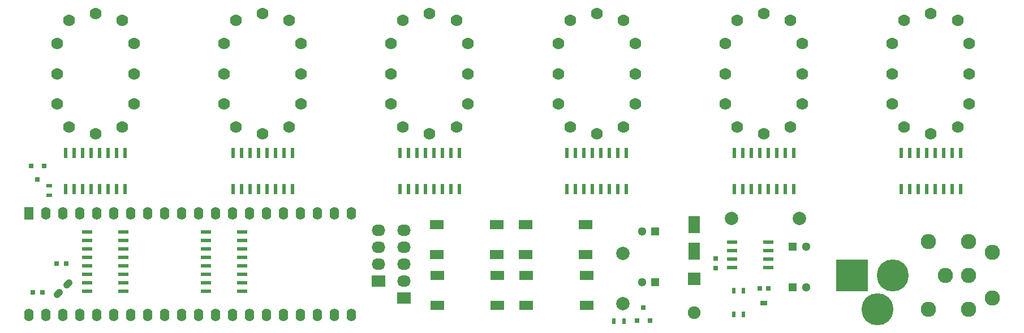
<source format=gts>
%FSLAX46Y46*%
G04 Gerber Fmt 4.6, Leading zero omitted, Abs format (unit mm)*
G04 Created by KiCad (PCBNEW (2014-10-27 BZR 5228)-product) date 7/19/2015 7:06:05 PM*
%MOMM*%
G01*
G04 APERTURE LIST*
%ADD10C,0.100000*%
%ADD11R,1.800860X2.499360*%
%ADD12R,0.800000X0.750000*%
%ADD13R,1.300000X1.300000*%
%ADD14C,1.300000*%
%ADD15R,0.750000X0.800000*%
%ADD16C,4.800600*%
%ADD17R,4.800600X4.800600*%
%ADD18C,2.286000*%
%ADD19R,1.905000X1.905000*%
%ADD20C,1.905000*%
%ADD21C,1.998980*%
%ADD22R,0.500000X0.900000*%
%ADD23R,1.000000X0.700000*%
%ADD24R,0.750000X0.700000*%
%ADD25R,2.100000X1.400000*%
%ADD26R,1.400000X1.900000*%
%ADD27O,1.400000X1.900000*%
%ADD28R,0.600000X1.500000*%
%ADD29C,1.000760*%
%ADD30R,1.550000X0.600000*%
%ADD31R,1.500000X0.600000*%
%ADD32R,2.032000X1.727200*%
%ADD33O,2.032000X1.727200*%
%ADD34R,0.800100X0.800100*%
%ADD35C,2.000000*%
%ADD36R,0.900000X0.500000*%
%ADD37C,1.778000*%
G04 APERTURE END LIST*
D10*
D11*
X102108000Y-34069020D03*
X102108000Y-38066980D03*
D12*
X4560000Y-44196000D03*
X3060000Y-44196000D03*
X8116000Y-39878000D03*
X6616000Y-39878000D03*
D13*
X116840000Y-37338000D03*
D14*
X118840000Y-37338000D03*
D13*
X116840000Y-43434000D03*
D14*
X118840000Y-43434000D03*
D13*
X96266000Y-42672000D03*
D14*
X94266000Y-42672000D03*
D13*
X96266000Y-35052000D03*
D14*
X94266000Y-35052000D03*
D15*
X105283000Y-40628000D03*
X105283000Y-39128000D03*
D16*
X131826000Y-41656000D03*
D17*
X125730000Y-41656000D03*
D16*
X129540000Y-46736000D03*
D18*
X137160000Y-46736000D03*
X137160000Y-36576000D03*
X143129000Y-46736000D03*
X143129000Y-36576000D03*
X146685000Y-45085000D03*
X146685000Y-38227000D03*
X143129000Y-41656000D03*
X139700000Y-41656000D03*
D19*
X102108000Y-42164000D03*
D20*
X102108000Y-47244000D03*
D21*
X117856000Y-33147000D03*
X107696000Y-33147000D03*
D22*
X109462000Y-43942000D03*
X107962000Y-43942000D03*
X109462000Y-47498000D03*
X107962000Y-47498000D03*
D23*
X112522000Y-45804000D03*
D24*
X113147000Y-43604000D03*
X111897000Y-43604000D03*
D25*
X63522000Y-34072000D03*
X63522000Y-38572000D03*
X72522000Y-34072000D03*
X72522000Y-38572000D03*
X76857000Y-34072000D03*
X76857000Y-38572000D03*
X85857000Y-34072000D03*
X85857000Y-38572000D03*
X85957000Y-46192000D03*
X85957000Y-41692000D03*
X76957000Y-46192000D03*
X76957000Y-41692000D03*
X72622000Y-46192000D03*
X72622000Y-41692000D03*
X63622000Y-46192000D03*
X63622000Y-41692000D03*
D26*
X2540000Y-32385000D03*
D27*
X5080000Y-32385000D03*
X7620000Y-32385000D03*
X10160000Y-32385000D03*
X12700000Y-32385000D03*
X15240000Y-32385000D03*
X17780000Y-32385000D03*
X20320000Y-32385000D03*
X22860000Y-32385000D03*
X25400000Y-32385000D03*
X27940000Y-32385000D03*
X30480000Y-32385000D03*
X33020000Y-32385000D03*
X35560000Y-32385000D03*
X38100000Y-32385000D03*
X40640000Y-32385000D03*
X43180000Y-32385000D03*
X45720000Y-32385000D03*
X48260000Y-32385000D03*
X50800000Y-32385000D03*
X50800000Y-47625000D03*
X48260000Y-47625000D03*
X45720000Y-47625000D03*
X43180000Y-47625000D03*
X40640000Y-47625000D03*
X38100000Y-47625000D03*
X35560000Y-47625000D03*
X33020000Y-47625000D03*
X30480000Y-47625000D03*
X27940000Y-47625000D03*
X25400000Y-47625000D03*
X22860000Y-47625000D03*
X20320000Y-47625000D03*
X17780000Y-47625000D03*
X15240000Y-47625000D03*
X12700000Y-47625000D03*
X10160000Y-47625000D03*
X7620000Y-47625000D03*
X5080000Y-47625000D03*
X2540000Y-47625000D03*
D28*
X8051800Y-28735000D03*
X9321800Y-28735000D03*
X10591800Y-28735000D03*
X11861800Y-28735000D03*
X13131800Y-28735000D03*
X14401800Y-28735000D03*
X15671800Y-28735000D03*
X16941800Y-28735000D03*
X16941800Y-23335000D03*
X15671800Y-23335000D03*
X14401800Y-23335000D03*
X13131800Y-23335000D03*
X11861800Y-23335000D03*
X10591800Y-23335000D03*
X9321800Y-23335000D03*
X8051800Y-23335000D03*
X33053020Y-28735000D03*
X34323020Y-28735000D03*
X35593020Y-28735000D03*
X36863020Y-28735000D03*
X38133020Y-28735000D03*
X39403020Y-28735000D03*
X40673020Y-28735000D03*
X41943020Y-28735000D03*
X41943020Y-23335000D03*
X40673020Y-23335000D03*
X39403020Y-23335000D03*
X38133020Y-23335000D03*
X36863020Y-23335000D03*
X35593020Y-23335000D03*
X34323020Y-23335000D03*
X33053020Y-23335000D03*
X58039000Y-28735000D03*
X59309000Y-28735000D03*
X60579000Y-28735000D03*
X61849000Y-28735000D03*
X63119000Y-28735000D03*
X64389000Y-28735000D03*
X65659000Y-28735000D03*
X66929000Y-28735000D03*
X66929000Y-23335000D03*
X65659000Y-23335000D03*
X64389000Y-23335000D03*
X63119000Y-23335000D03*
X61849000Y-23335000D03*
X60579000Y-23335000D03*
X59309000Y-23335000D03*
X58039000Y-23335000D03*
X83058000Y-28735000D03*
X84328000Y-28735000D03*
X85598000Y-28735000D03*
X86868000Y-28735000D03*
X88138000Y-28735000D03*
X89408000Y-28735000D03*
X90678000Y-28735000D03*
X91948000Y-28735000D03*
X91948000Y-23335000D03*
X90678000Y-23335000D03*
X89408000Y-23335000D03*
X88138000Y-23335000D03*
X86868000Y-23335000D03*
X85598000Y-23335000D03*
X84328000Y-23335000D03*
X83058000Y-23335000D03*
X108051600Y-28735000D03*
X109321600Y-28735000D03*
X110591600Y-28735000D03*
X111861600Y-28735000D03*
X113131600Y-28735000D03*
X114401600Y-28735000D03*
X115671600Y-28735000D03*
X116941600Y-28735000D03*
X116941600Y-23335000D03*
X115671600Y-23335000D03*
X114401600Y-23335000D03*
X113131600Y-23335000D03*
X111861600Y-23335000D03*
X110591600Y-23335000D03*
X109321600Y-23335000D03*
X108051600Y-23335000D03*
X133045200Y-28735000D03*
X134315200Y-28735000D03*
X135585200Y-28735000D03*
X136855200Y-28735000D03*
X138125200Y-28735000D03*
X139395200Y-28735000D03*
X140665200Y-28735000D03*
X141935200Y-28735000D03*
X141935200Y-23335000D03*
X140665200Y-23335000D03*
X139395200Y-23335000D03*
X138125200Y-23335000D03*
X136855200Y-23335000D03*
X135585200Y-23335000D03*
X134315200Y-23335000D03*
X133045200Y-23335000D03*
D29*
X6701320Y-44606680D02*
X7055142Y-44252858D01*
X8184858Y-43123142D02*
X8538680Y-42769320D01*
D30*
X107790000Y-36703000D03*
X107790000Y-37973000D03*
X107790000Y-39243000D03*
X107790000Y-40513000D03*
X113190000Y-40513000D03*
X113190000Y-39243000D03*
X113190000Y-37973000D03*
X113190000Y-36703000D03*
D31*
X34450000Y-44069000D03*
X34450000Y-42799000D03*
X34450000Y-41529000D03*
X34450000Y-40259000D03*
X34450000Y-38989000D03*
X34450000Y-37719000D03*
X34450000Y-36449000D03*
X34450000Y-35179000D03*
X29050000Y-35179000D03*
X29050000Y-36449000D03*
X29050000Y-37719000D03*
X29050000Y-38989000D03*
X29050000Y-40259000D03*
X29050000Y-41529000D03*
X29050000Y-42799000D03*
X29050000Y-44069000D03*
X16670000Y-44069000D03*
X16670000Y-42799000D03*
X16670000Y-41529000D03*
X16670000Y-40259000D03*
X16670000Y-38989000D03*
X16670000Y-37719000D03*
X16670000Y-36449000D03*
X16670000Y-35179000D03*
X11270000Y-35179000D03*
X11270000Y-36449000D03*
X11270000Y-37719000D03*
X11270000Y-38989000D03*
X11270000Y-40259000D03*
X11270000Y-41529000D03*
X11270000Y-42799000D03*
X11270000Y-44069000D03*
D32*
X58674000Y-45085000D03*
D33*
X58674000Y-42545000D03*
X58674000Y-40005000D03*
X58674000Y-37465000D03*
X58674000Y-34925000D03*
D34*
X4760000Y-25288240D03*
X2860000Y-25288240D03*
X3810000Y-27287220D03*
X93538000Y-48498760D03*
X95438000Y-48498760D03*
X94488000Y-46499780D03*
D35*
X91376500Y-45963840D03*
X91376500Y-38364160D03*
D22*
X91555000Y-48514000D03*
X90055000Y-48514000D03*
D36*
X5588000Y-28206000D03*
X5588000Y-29706000D03*
D32*
X54864000Y-42545000D03*
D33*
X54864000Y-40005000D03*
X54864000Y-37465000D03*
X54864000Y-34925000D03*
D37*
X8498840Y-19428460D03*
X6748780Y-15928340D03*
X6748780Y-11430000D03*
X6748780Y-6931660D03*
X8498840Y-3431540D03*
X12496800Y-2430780D03*
X16494760Y-3431540D03*
X18244820Y-6931660D03*
X18244820Y-11430000D03*
X18244820Y-15928340D03*
X16494760Y-19428460D03*
X12496800Y-20429220D03*
X33500060Y-19428460D03*
X31750000Y-15928340D03*
X31750000Y-11430000D03*
X31750000Y-6931660D03*
X33500060Y-3431540D03*
X37498020Y-2430780D03*
X41495980Y-3431540D03*
X43246040Y-6931660D03*
X43246040Y-11430000D03*
X43246040Y-15928340D03*
X41495980Y-19428460D03*
X37498020Y-20429220D03*
X58486040Y-19428460D03*
X56735980Y-15928340D03*
X56735980Y-11430000D03*
X56735980Y-6931660D03*
X58486040Y-3431540D03*
X62484000Y-2430780D03*
X66481960Y-3431540D03*
X68232020Y-6931660D03*
X68232020Y-11430000D03*
X68232020Y-15928340D03*
X66481960Y-19428460D03*
X62484000Y-20429220D03*
X83505040Y-19428460D03*
X81754980Y-15928340D03*
X81754980Y-11430000D03*
X81754980Y-6931660D03*
X83505040Y-3431540D03*
X87503000Y-2430780D03*
X91500960Y-3431540D03*
X93251020Y-6931660D03*
X93251020Y-11430000D03*
X93251020Y-15928340D03*
X91500960Y-19428460D03*
X87503000Y-20429220D03*
X108498640Y-19428460D03*
X106748580Y-15928340D03*
X106748580Y-11430000D03*
X106748580Y-6931660D03*
X108498640Y-3431540D03*
X112496600Y-2430780D03*
X116494560Y-3431540D03*
X118244620Y-6931660D03*
X118244620Y-11430000D03*
X118244620Y-15928340D03*
X116494560Y-19428460D03*
X112496600Y-20429220D03*
X133492240Y-19428460D03*
X131742180Y-15928340D03*
X131742180Y-11430000D03*
X131742180Y-6931660D03*
X133492240Y-3431540D03*
X137490200Y-2430780D03*
X141488160Y-3431540D03*
X143238220Y-6931660D03*
X143238220Y-11430000D03*
X143238220Y-15928340D03*
X141488160Y-19428460D03*
X137490200Y-20429220D03*
M02*

</source>
